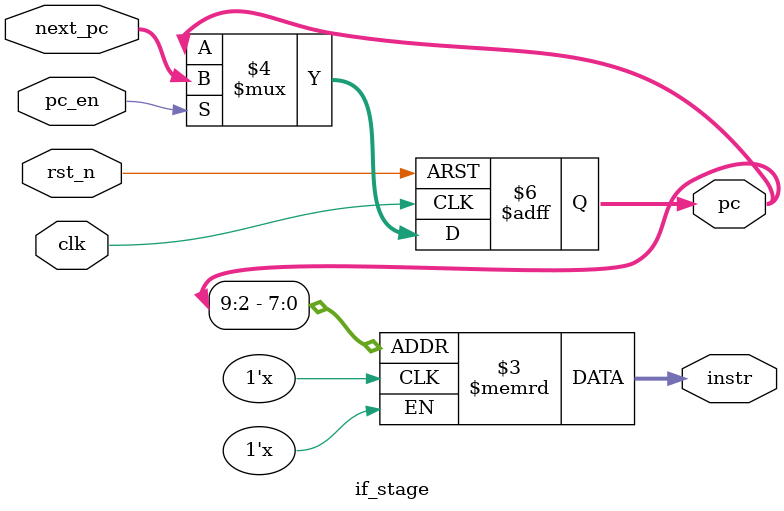
<source format=sv>
module if_stage (
    input  logic        clk,
    input  logic        rst_n,
    input  logic        pc_en,
    input  logic [15:0] next_pc,
    output logic [15:0] pc,
    output logic [15:0] instr
);
    logic [15:0] imem [0:255];

    always_ff @(posedge clk or negedge rst_n) begin
        if (!rst_n)
            pc <= 16'h0;
        else if (pc_en)
            pc <= next_pc;
    end

    assign instr = imem[pc[9:2]];
endmodule

</source>
